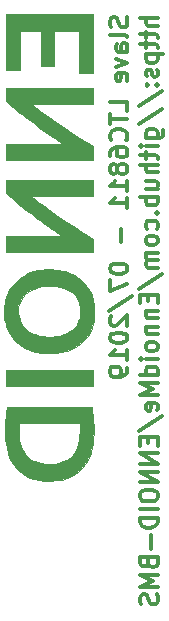
<source format=gbr>
G04 #@! TF.GenerationSoftware,KiCad,Pcbnew,(5.1.0-1152-gc9ccd8a64)*
G04 #@! TF.CreationDate,2019-07-22T10:44:07-04:00*
G04 #@! TF.ProjectId,LTC6811,4c544336-3831-4312-9e6b-696361645f70,rev?*
G04 #@! TF.SameCoordinates,Original*
G04 #@! TF.FileFunction,Legend,Bot*
G04 #@! TF.FilePolarity,Positive*
%FSLAX46Y46*%
G04 Gerber Fmt 4.6, Leading zero omitted, Abs format (unit mm)*
G04 Created by KiCad (PCBNEW (5.1.0-1152-gc9ccd8a64)) date 2019-07-22 10:44:07*
%MOMM*%
%LPD*%
G04 APERTURE LIST*
%ADD10C,0.300000*%
%ADD11C,0.010000*%
G04 APERTURE END LIST*
D10*
X32382142Y-26730714D02*
X32453571Y-26945000D01*
X32453571Y-27302142D01*
X32382142Y-27445000D01*
X32310714Y-27516428D01*
X32167857Y-27587857D01*
X32025000Y-27587857D01*
X31882142Y-27516428D01*
X31810714Y-27445000D01*
X31739285Y-27302142D01*
X31667857Y-27016428D01*
X31596428Y-26873571D01*
X31525000Y-26802142D01*
X31382142Y-26730714D01*
X31239285Y-26730714D01*
X31096428Y-26802142D01*
X31025000Y-26873571D01*
X30953571Y-27016428D01*
X30953571Y-27373571D01*
X31025000Y-27587857D01*
X32453571Y-28445000D02*
X32382142Y-28302142D01*
X32239285Y-28230714D01*
X30953571Y-28230714D01*
X32453571Y-29659285D02*
X31667857Y-29659285D01*
X31525000Y-29587857D01*
X31453571Y-29445000D01*
X31453571Y-29159285D01*
X31525000Y-29016428D01*
X32382142Y-29659285D02*
X32453571Y-29516428D01*
X32453571Y-29159285D01*
X32382142Y-29016428D01*
X32239285Y-28945000D01*
X32096428Y-28945000D01*
X31953571Y-29016428D01*
X31882142Y-29159285D01*
X31882142Y-29516428D01*
X31810714Y-29659285D01*
X31453571Y-30230714D02*
X32453571Y-30587857D01*
X31453571Y-30945000D01*
X32382142Y-32087857D02*
X32453571Y-31945000D01*
X32453571Y-31659285D01*
X32382142Y-31516428D01*
X32239285Y-31445000D01*
X31667857Y-31445000D01*
X31525000Y-31516428D01*
X31453571Y-31659285D01*
X31453571Y-31945000D01*
X31525000Y-32087857D01*
X31667857Y-32159285D01*
X31810714Y-32159285D01*
X31953571Y-31445000D01*
X32453571Y-34659285D02*
X32453571Y-33945000D01*
X30953571Y-33945000D01*
X30953571Y-34945000D02*
X30953571Y-35802142D01*
X32453571Y-35373571D02*
X30953571Y-35373571D01*
X32310714Y-37159285D02*
X32382142Y-37087857D01*
X32453571Y-36873571D01*
X32453571Y-36730714D01*
X32382142Y-36516428D01*
X32239285Y-36373571D01*
X32096428Y-36302142D01*
X31810714Y-36230714D01*
X31596428Y-36230714D01*
X31310714Y-36302142D01*
X31167857Y-36373571D01*
X31025000Y-36516428D01*
X30953571Y-36730714D01*
X30953571Y-36873571D01*
X31025000Y-37087857D01*
X31096428Y-37159285D01*
X30953571Y-38445000D02*
X30953571Y-38159285D01*
X31025000Y-38016428D01*
X31096428Y-37945000D01*
X31310714Y-37802142D01*
X31596428Y-37730714D01*
X32167857Y-37730714D01*
X32310714Y-37802142D01*
X32382142Y-37873571D01*
X32453571Y-38016428D01*
X32453571Y-38302142D01*
X32382142Y-38445000D01*
X32310714Y-38516428D01*
X32167857Y-38587857D01*
X31810714Y-38587857D01*
X31667857Y-38516428D01*
X31596428Y-38445000D01*
X31525000Y-38302142D01*
X31525000Y-38016428D01*
X31596428Y-37873571D01*
X31667857Y-37802142D01*
X31810714Y-37730714D01*
X31596428Y-39445000D02*
X31525000Y-39302142D01*
X31453571Y-39230714D01*
X31310714Y-39159285D01*
X31239285Y-39159285D01*
X31096428Y-39230714D01*
X31025000Y-39302142D01*
X30953571Y-39445000D01*
X30953571Y-39730714D01*
X31025000Y-39873571D01*
X31096428Y-39945000D01*
X31239285Y-40016428D01*
X31310714Y-40016428D01*
X31453571Y-39945000D01*
X31525000Y-39873571D01*
X31596428Y-39730714D01*
X31596428Y-39445000D01*
X31667857Y-39302142D01*
X31739285Y-39230714D01*
X31882142Y-39159285D01*
X32167857Y-39159285D01*
X32310714Y-39230714D01*
X32382142Y-39302142D01*
X32453571Y-39445000D01*
X32453571Y-39730714D01*
X32382142Y-39873571D01*
X32310714Y-39945000D01*
X32167857Y-40016428D01*
X31882142Y-40016428D01*
X31739285Y-39945000D01*
X31667857Y-39873571D01*
X31596428Y-39730714D01*
X32453571Y-41445000D02*
X32453571Y-40587857D01*
X32453571Y-41016428D02*
X30953571Y-41016428D01*
X31167857Y-40873571D01*
X31310714Y-40730714D01*
X31382142Y-40587857D01*
X32453571Y-42873571D02*
X32453571Y-42016428D01*
X32453571Y-42445000D02*
X30953571Y-42445000D01*
X31167857Y-42302142D01*
X31310714Y-42159285D01*
X31382142Y-42016428D01*
X31882142Y-44659285D02*
X31882142Y-45802142D01*
X30953571Y-47945000D02*
X30953571Y-48087857D01*
X31025000Y-48230714D01*
X31096428Y-48302142D01*
X31239285Y-48373571D01*
X31525000Y-48445000D01*
X31882142Y-48445000D01*
X32167857Y-48373571D01*
X32310714Y-48302142D01*
X32382142Y-48230714D01*
X32453571Y-48087857D01*
X32453571Y-47945000D01*
X32382142Y-47802142D01*
X32310714Y-47730714D01*
X32167857Y-47659285D01*
X31882142Y-47587857D01*
X31525000Y-47587857D01*
X31239285Y-47659285D01*
X31096428Y-47730714D01*
X31025000Y-47802142D01*
X30953571Y-47945000D01*
X30953571Y-48945000D02*
X30953571Y-49945000D01*
X32453571Y-49302142D01*
X30882142Y-51587857D02*
X32810714Y-50302142D01*
X31096428Y-52016428D02*
X31025000Y-52087857D01*
X30953571Y-52230714D01*
X30953571Y-52587857D01*
X31025000Y-52730714D01*
X31096428Y-52802142D01*
X31239285Y-52873571D01*
X31382142Y-52873571D01*
X31596428Y-52802142D01*
X32453571Y-51945000D01*
X32453571Y-52873571D01*
X30953571Y-53802142D02*
X30953571Y-53945000D01*
X31025000Y-54087857D01*
X31096428Y-54159285D01*
X31239285Y-54230714D01*
X31525000Y-54302142D01*
X31882142Y-54302142D01*
X32167857Y-54230714D01*
X32310714Y-54159285D01*
X32382142Y-54087857D01*
X32453571Y-53945000D01*
X32453571Y-53802142D01*
X32382142Y-53659285D01*
X32310714Y-53587857D01*
X32167857Y-53516428D01*
X31882142Y-53445000D01*
X31525000Y-53445000D01*
X31239285Y-53516428D01*
X31096428Y-53587857D01*
X31025000Y-53659285D01*
X30953571Y-53802142D01*
X32453571Y-55730714D02*
X32453571Y-54873571D01*
X32453571Y-55302142D02*
X30953571Y-55302142D01*
X31167857Y-55159285D01*
X31310714Y-55016428D01*
X31382142Y-54873571D01*
X32453571Y-56445000D02*
X32453571Y-56730714D01*
X32382142Y-56873571D01*
X32310714Y-56945000D01*
X32096428Y-57087857D01*
X31810714Y-57159285D01*
X31239285Y-57159285D01*
X31096428Y-57087857D01*
X31025000Y-57016428D01*
X30953571Y-56873571D01*
X30953571Y-56587857D01*
X31025000Y-56445000D01*
X31096428Y-56373571D01*
X31239285Y-56302142D01*
X31596428Y-56302142D01*
X31739285Y-56373571D01*
X31810714Y-56445000D01*
X31882142Y-56587857D01*
X31882142Y-56873571D01*
X31810714Y-57016428D01*
X31739285Y-57087857D01*
X31596428Y-57159285D01*
X35003571Y-26802142D02*
X33503571Y-26802142D01*
X35003571Y-27445000D02*
X34217857Y-27445000D01*
X34075000Y-27373571D01*
X34003571Y-27230714D01*
X34003571Y-27016428D01*
X34075000Y-26873571D01*
X34146428Y-26802142D01*
X34003571Y-27945000D02*
X34003571Y-28516428D01*
X33503571Y-28159285D02*
X34789285Y-28159285D01*
X34932142Y-28230714D01*
X35003571Y-28373571D01*
X35003571Y-28516428D01*
X34003571Y-28802142D02*
X34003571Y-29373571D01*
X33503571Y-29016428D02*
X34789285Y-29016428D01*
X34932142Y-29087857D01*
X35003571Y-29230714D01*
X35003571Y-29373571D01*
X34003571Y-29873571D02*
X35503571Y-29873571D01*
X34075000Y-29873571D02*
X34003571Y-30016428D01*
X34003571Y-30302142D01*
X34075000Y-30445000D01*
X34146428Y-30516428D01*
X34289285Y-30587857D01*
X34717857Y-30587857D01*
X34860714Y-30516428D01*
X34932142Y-30445000D01*
X35003571Y-30302142D01*
X35003571Y-30016428D01*
X34932142Y-29873571D01*
X34932142Y-31159285D02*
X35003571Y-31302142D01*
X35003571Y-31587857D01*
X34932142Y-31730714D01*
X34789285Y-31802142D01*
X34717857Y-31802142D01*
X34575000Y-31730714D01*
X34503571Y-31587857D01*
X34503571Y-31373571D01*
X34432142Y-31230714D01*
X34289285Y-31159285D01*
X34217857Y-31159285D01*
X34075000Y-31230714D01*
X34003571Y-31373571D01*
X34003571Y-31587857D01*
X34075000Y-31730714D01*
X34860714Y-32445000D02*
X34932142Y-32516428D01*
X35003571Y-32445000D01*
X34932142Y-32373571D01*
X34860714Y-32445000D01*
X35003571Y-32445000D01*
X34075000Y-32445000D02*
X34146428Y-32516428D01*
X34217857Y-32445000D01*
X34146428Y-32373571D01*
X34075000Y-32445000D01*
X34217857Y-32445000D01*
X33432142Y-34230714D02*
X35360714Y-32945000D01*
X33432142Y-35802142D02*
X35360714Y-34516428D01*
X34003571Y-36945000D02*
X35217857Y-36945000D01*
X35360714Y-36873571D01*
X35432142Y-36802142D01*
X35503571Y-36659285D01*
X35503571Y-36445000D01*
X35432142Y-36302142D01*
X34932142Y-36945000D02*
X35003571Y-36802142D01*
X35003571Y-36516428D01*
X34932142Y-36373571D01*
X34860714Y-36302142D01*
X34717857Y-36230714D01*
X34289285Y-36230714D01*
X34146428Y-36302142D01*
X34075000Y-36373571D01*
X34003571Y-36516428D01*
X34003571Y-36802142D01*
X34075000Y-36945000D01*
X35003571Y-37659285D02*
X34003571Y-37659285D01*
X33503571Y-37659285D02*
X33575000Y-37587857D01*
X33646428Y-37659285D01*
X33575000Y-37730714D01*
X33503571Y-37659285D01*
X33646428Y-37659285D01*
X34003571Y-38159285D02*
X34003571Y-38730714D01*
X33503571Y-38373571D02*
X34789285Y-38373571D01*
X34932142Y-38445000D01*
X35003571Y-38587857D01*
X35003571Y-38730714D01*
X35003571Y-39230714D02*
X33503571Y-39230714D01*
X35003571Y-39873571D02*
X34217857Y-39873571D01*
X34075000Y-39802142D01*
X34003571Y-39659285D01*
X34003571Y-39445000D01*
X34075000Y-39302142D01*
X34146428Y-39230714D01*
X34003571Y-41230714D02*
X35003571Y-41230714D01*
X34003571Y-40587857D02*
X34789285Y-40587857D01*
X34932142Y-40659285D01*
X35003571Y-40802142D01*
X35003571Y-41016428D01*
X34932142Y-41159285D01*
X34860714Y-41230714D01*
X35003571Y-41945000D02*
X33503571Y-41945000D01*
X34075000Y-41945000D02*
X34003571Y-42087857D01*
X34003571Y-42373571D01*
X34075000Y-42516428D01*
X34146428Y-42587857D01*
X34289285Y-42659285D01*
X34717857Y-42659285D01*
X34860714Y-42587857D01*
X34932142Y-42516428D01*
X35003571Y-42373571D01*
X35003571Y-42087857D01*
X34932142Y-41945000D01*
X34860714Y-43302142D02*
X34932142Y-43373571D01*
X35003571Y-43302142D01*
X34932142Y-43230714D01*
X34860714Y-43302142D01*
X35003571Y-43302142D01*
X34932142Y-44659285D02*
X35003571Y-44516428D01*
X35003571Y-44230714D01*
X34932142Y-44087857D01*
X34860714Y-44016428D01*
X34717857Y-43945000D01*
X34289285Y-43945000D01*
X34146428Y-44016428D01*
X34075000Y-44087857D01*
X34003571Y-44230714D01*
X34003571Y-44516428D01*
X34075000Y-44659285D01*
X35003571Y-45516428D02*
X34932142Y-45373571D01*
X34860714Y-45302142D01*
X34717857Y-45230714D01*
X34289285Y-45230714D01*
X34146428Y-45302142D01*
X34075000Y-45373571D01*
X34003571Y-45516428D01*
X34003571Y-45730714D01*
X34075000Y-45873571D01*
X34146428Y-45945000D01*
X34289285Y-46016428D01*
X34717857Y-46016428D01*
X34860714Y-45945000D01*
X34932142Y-45873571D01*
X35003571Y-45730714D01*
X35003571Y-45516428D01*
X35003571Y-46659285D02*
X34003571Y-46659285D01*
X34146428Y-46659285D02*
X34075000Y-46730714D01*
X34003571Y-46873571D01*
X34003571Y-47087857D01*
X34075000Y-47230714D01*
X34217857Y-47302142D01*
X35003571Y-47302142D01*
X34217857Y-47302142D02*
X34075000Y-47373571D01*
X34003571Y-47516428D01*
X34003571Y-47730714D01*
X34075000Y-47873571D01*
X34217857Y-47945000D01*
X35003571Y-47945000D01*
X33432142Y-49730714D02*
X35360714Y-48445000D01*
X34217857Y-50230714D02*
X34217857Y-50730714D01*
X35003571Y-50945000D02*
X35003571Y-50230714D01*
X33503571Y-50230714D01*
X33503571Y-50945000D01*
X34003571Y-51587857D02*
X35003571Y-51587857D01*
X34146428Y-51587857D02*
X34075000Y-51659285D01*
X34003571Y-51802142D01*
X34003571Y-52016428D01*
X34075000Y-52159285D01*
X34217857Y-52230714D01*
X35003571Y-52230714D01*
X34003571Y-52945000D02*
X35003571Y-52945000D01*
X34146428Y-52945000D02*
X34075000Y-53016428D01*
X34003571Y-53159285D01*
X34003571Y-53373571D01*
X34075000Y-53516428D01*
X34217857Y-53587857D01*
X35003571Y-53587857D01*
X35003571Y-54516428D02*
X34932142Y-54373571D01*
X34860714Y-54302142D01*
X34717857Y-54230714D01*
X34289285Y-54230714D01*
X34146428Y-54302142D01*
X34075000Y-54373571D01*
X34003571Y-54516428D01*
X34003571Y-54730714D01*
X34075000Y-54873571D01*
X34146428Y-54945000D01*
X34289285Y-55016428D01*
X34717857Y-55016428D01*
X34860714Y-54945000D01*
X34932142Y-54873571D01*
X35003571Y-54730714D01*
X35003571Y-54516428D01*
X35003571Y-55659285D02*
X34003571Y-55659285D01*
X33503571Y-55659285D02*
X33575000Y-55587857D01*
X33646428Y-55659285D01*
X33575000Y-55730714D01*
X33503571Y-55659285D01*
X33646428Y-55659285D01*
X35003571Y-57016428D02*
X33503571Y-57016428D01*
X34932142Y-57016428D02*
X35003571Y-56873571D01*
X35003571Y-56587857D01*
X34932142Y-56445000D01*
X34860714Y-56373571D01*
X34717857Y-56302142D01*
X34289285Y-56302142D01*
X34146428Y-56373571D01*
X34075000Y-56445000D01*
X34003571Y-56587857D01*
X34003571Y-56873571D01*
X34075000Y-57016428D01*
X35003571Y-57730714D02*
X33503571Y-57730714D01*
X34575000Y-58230714D01*
X33503571Y-58730714D01*
X35003571Y-58730714D01*
X34932142Y-60016428D02*
X35003571Y-59873571D01*
X35003571Y-59587857D01*
X34932142Y-59445000D01*
X34789285Y-59373571D01*
X34217857Y-59373571D01*
X34075000Y-59445000D01*
X34003571Y-59587857D01*
X34003571Y-59873571D01*
X34075000Y-60016428D01*
X34217857Y-60087857D01*
X34360714Y-60087857D01*
X34503571Y-59373571D01*
X33432142Y-61802142D02*
X35360714Y-60516428D01*
X34217857Y-62302142D02*
X34217857Y-62802142D01*
X35003571Y-63016428D02*
X35003571Y-62302142D01*
X33503571Y-62302142D01*
X33503571Y-63016428D01*
X35003571Y-63659285D02*
X33503571Y-63659285D01*
X35003571Y-64516428D01*
X33503571Y-64516428D01*
X35003571Y-65230714D02*
X33503571Y-65230714D01*
X35003571Y-66087857D01*
X33503571Y-66087857D01*
X33503571Y-67087857D02*
X33503571Y-67373571D01*
X33575000Y-67516428D01*
X33717857Y-67659285D01*
X34003571Y-67730714D01*
X34503571Y-67730714D01*
X34789285Y-67659285D01*
X34932142Y-67516428D01*
X35003571Y-67373571D01*
X35003571Y-67087857D01*
X34932142Y-66945000D01*
X34789285Y-66802142D01*
X34503571Y-66730714D01*
X34003571Y-66730714D01*
X33717857Y-66802142D01*
X33575000Y-66945000D01*
X33503571Y-67087857D01*
X35003571Y-68373571D02*
X33503571Y-68373571D01*
X35003571Y-69087857D02*
X33503571Y-69087857D01*
X33503571Y-69445000D01*
X33575000Y-69659285D01*
X33717857Y-69802142D01*
X33860714Y-69873571D01*
X34146428Y-69945000D01*
X34360714Y-69945000D01*
X34646428Y-69873571D01*
X34789285Y-69802142D01*
X34932142Y-69659285D01*
X35003571Y-69445000D01*
X35003571Y-69087857D01*
X34432142Y-70587857D02*
X34432142Y-71730714D01*
X34217857Y-72945000D02*
X34289285Y-73159285D01*
X34360714Y-73230714D01*
X34503571Y-73302142D01*
X34717857Y-73302142D01*
X34860714Y-73230714D01*
X34932142Y-73159285D01*
X35003571Y-73016428D01*
X35003571Y-72445000D01*
X33503571Y-72445000D01*
X33503571Y-72945000D01*
X33575000Y-73087857D01*
X33646428Y-73159285D01*
X33789285Y-73230714D01*
X33932142Y-73230714D01*
X34075000Y-73159285D01*
X34146428Y-73087857D01*
X34217857Y-72945000D01*
X34217857Y-72445000D01*
X35003571Y-73945000D02*
X33503571Y-73945000D01*
X34575000Y-74445000D01*
X33503571Y-74945000D01*
X35003571Y-74945000D01*
X34932142Y-75587857D02*
X35003571Y-75802142D01*
X35003571Y-76159285D01*
X34932142Y-76302142D01*
X34860714Y-76373571D01*
X34717857Y-76445000D01*
X34575000Y-76445000D01*
X34432142Y-76373571D01*
X34360714Y-76302142D01*
X34289285Y-76159285D01*
X34217857Y-75873571D01*
X34146428Y-75730714D01*
X34075000Y-75659285D01*
X33932142Y-75587857D01*
X33789285Y-75587857D01*
X33646428Y-75659285D01*
X33575000Y-75730714D01*
X33503571Y-75873571D01*
X33503571Y-76230714D01*
X33575000Y-76445000D01*
D11*
G36*
X29510250Y-57985276D02*
G01*
X29510250Y-56637305D01*
X22162487Y-56637305D01*
X22162487Y-57985276D01*
X29510250Y-57985276D01*
X29510250Y-57985276D01*
G37*
X29510250Y-57985276D02*
X29510250Y-56637305D01*
X22162487Y-56637305D01*
X22162487Y-57985276D01*
X29510250Y-57985276D01*
G36*
X22393757Y-41854273D02*
G01*
X22641875Y-42073371D01*
X22917007Y-42306494D01*
X23222411Y-42556251D01*
X23561346Y-42825246D01*
X23937068Y-43116087D01*
X24352837Y-43431380D01*
X24546586Y-43576500D01*
X24715994Y-43701840D01*
X24907727Y-43841773D01*
X25116079Y-43992288D01*
X25335349Y-44149379D01*
X25559831Y-44309034D01*
X25783824Y-44467246D01*
X26001622Y-44620006D01*
X26207523Y-44763304D01*
X26395822Y-44893132D01*
X26560817Y-45005481D01*
X26696804Y-45096341D01*
X26798079Y-45161705D01*
X26827903Y-45179999D01*
X26959678Y-45258845D01*
X24561083Y-45265593D01*
X22162487Y-45272340D01*
X22162487Y-46620032D01*
X29510250Y-46620032D01*
X29510250Y-45469238D01*
X29318627Y-45352580D01*
X29024217Y-45171190D01*
X28697089Y-44965852D01*
X28347579Y-44743286D01*
X27986025Y-44510212D01*
X27622765Y-44273349D01*
X27268136Y-44039419D01*
X26932475Y-43815141D01*
X26626120Y-43607234D01*
X26497139Y-43518429D01*
X26346464Y-43412622D01*
X26168178Y-43284940D01*
X25969359Y-43140658D01*
X25757087Y-42985053D01*
X25538439Y-42823398D01*
X25320495Y-42660970D01*
X25110335Y-42503043D01*
X24915037Y-42354893D01*
X24741679Y-42221795D01*
X24597342Y-42109025D01*
X24491318Y-42023686D01*
X24296007Y-41862487D01*
X29510250Y-41862487D01*
X29510250Y-40514517D01*
X22162487Y-40514517D01*
X22162487Y-41645321D01*
X22393757Y-41854273D01*
X22393757Y-41854273D01*
G37*
X22393757Y-41854273D02*
X22641875Y-42073371D01*
X22917007Y-42306494D01*
X23222411Y-42556251D01*
X23561346Y-42825246D01*
X23937068Y-43116087D01*
X24352837Y-43431380D01*
X24546586Y-43576500D01*
X24715994Y-43701840D01*
X24907727Y-43841773D01*
X25116079Y-43992288D01*
X25335349Y-44149379D01*
X25559831Y-44309034D01*
X25783824Y-44467246D01*
X26001622Y-44620006D01*
X26207523Y-44763304D01*
X26395822Y-44893132D01*
X26560817Y-45005481D01*
X26696804Y-45096341D01*
X26798079Y-45161705D01*
X26827903Y-45179999D01*
X26959678Y-45258845D01*
X24561083Y-45265593D01*
X22162487Y-45272340D01*
X22162487Y-46620032D01*
X29510250Y-46620032D01*
X29510250Y-45469238D01*
X29318627Y-45352580D01*
X29024217Y-45171190D01*
X28697089Y-44965852D01*
X28347579Y-44743286D01*
X27986025Y-44510212D01*
X27622765Y-44273349D01*
X27268136Y-44039419D01*
X26932475Y-43815141D01*
X26626120Y-43607234D01*
X26497139Y-43518429D01*
X26346464Y-43412622D01*
X26168178Y-43284940D01*
X25969359Y-43140658D01*
X25757087Y-42985053D01*
X25538439Y-42823398D01*
X25320495Y-42660970D01*
X25110335Y-42503043D01*
X24915037Y-42354893D01*
X24741679Y-42221795D01*
X24597342Y-42109025D01*
X24491318Y-42023686D01*
X24296007Y-41862487D01*
X29510250Y-41862487D01*
X29510250Y-40514517D01*
X22162487Y-40514517D01*
X22162487Y-41645321D01*
X22393757Y-41854273D01*
G36*
X22512695Y-34124419D02*
G01*
X22846309Y-34410459D01*
X23220216Y-34718074D01*
X23628642Y-35042911D01*
X24065813Y-35380617D01*
X24525956Y-35726840D01*
X25003298Y-36077225D01*
X25492064Y-36427421D01*
X25986482Y-36773074D01*
X26402769Y-37057290D01*
X26982385Y-37448544D01*
X22162487Y-37448544D01*
X22162487Y-38796514D01*
X29510250Y-38796514D01*
X29510250Y-37632258D01*
X29389003Y-37560224D01*
X29268907Y-37487512D01*
X29111833Y-37390322D01*
X28924957Y-37273242D01*
X28715454Y-37140857D01*
X28490501Y-36997756D01*
X28257275Y-36848524D01*
X28022950Y-36697748D01*
X27794704Y-36550016D01*
X27579711Y-36409914D01*
X27385149Y-36282029D01*
X27277196Y-36210399D01*
X26686100Y-35810187D01*
X26118931Y-35413731D01*
X25581797Y-35025449D01*
X25080810Y-34649754D01*
X24624070Y-34292660D01*
X24323633Y-34052186D01*
X26916942Y-34045448D01*
X29510250Y-34038711D01*
X29510250Y-32690999D01*
X22162487Y-32690999D01*
X22162487Y-33816636D01*
X22512695Y-34124419D01*
X22512695Y-34124419D01*
G37*
X22512695Y-34124419D02*
X22846309Y-34410459D01*
X23220216Y-34718074D01*
X23628642Y-35042911D01*
X24065813Y-35380617D01*
X24525956Y-35726840D01*
X25003298Y-36077225D01*
X25492064Y-36427421D01*
X25986482Y-36773074D01*
X26402769Y-37057290D01*
X26982385Y-37448544D01*
X22162487Y-37448544D01*
X22162487Y-38796514D01*
X29510250Y-38796514D01*
X29510250Y-37632258D01*
X29389003Y-37560224D01*
X29268907Y-37487512D01*
X29111833Y-37390322D01*
X28924957Y-37273242D01*
X28715454Y-37140857D01*
X28490501Y-36997756D01*
X28257275Y-36848524D01*
X28022950Y-36697748D01*
X27794704Y-36550016D01*
X27579711Y-36409914D01*
X27385149Y-36282029D01*
X27277196Y-36210399D01*
X26686100Y-35810187D01*
X26118931Y-35413731D01*
X25581797Y-35025449D01*
X25080810Y-34649754D01*
X24624070Y-34292660D01*
X24323633Y-34052186D01*
X26916942Y-34045448D01*
X29510250Y-34038711D01*
X29510250Y-32690999D01*
X22162487Y-32690999D01*
X22162487Y-33816636D01*
X22512695Y-34124419D01*
G36*
X23325443Y-31237305D02*
G01*
X23325443Y-27854163D01*
X25096306Y-27854163D01*
X25096306Y-30867274D01*
X26232831Y-30867274D01*
X26232831Y-27854163D01*
X28347295Y-27854163D01*
X28347295Y-31475183D01*
X29510250Y-31475183D01*
X29510250Y-26479761D01*
X22162487Y-26479761D01*
X22162487Y-31237305D01*
X23325443Y-31237305D01*
X23325443Y-31237305D01*
G37*
X23325443Y-31237305D02*
X23325443Y-27854163D01*
X25096306Y-27854163D01*
X25096306Y-30867274D01*
X26232831Y-30867274D01*
X26232831Y-27854163D01*
X28347295Y-27854163D01*
X28347295Y-31475183D01*
X29510250Y-31475183D01*
X29510250Y-26479761D01*
X22162487Y-26479761D01*
X22162487Y-31237305D01*
X23325443Y-31237305D01*
G36*
X22097397Y-62028643D02*
G01*
X22105122Y-62288576D01*
X22119084Y-62521003D01*
X22139589Y-62717896D01*
X22144337Y-62751206D01*
X22226317Y-63200314D01*
X22331796Y-63605748D01*
X22462944Y-63972204D01*
X22621935Y-64304378D01*
X22810942Y-64606965D01*
X23032137Y-64884663D01*
X23222485Y-65081359D01*
X23516569Y-65328304D01*
X23839892Y-65534550D01*
X24194034Y-65700718D01*
X24580576Y-65827431D01*
X25001098Y-65915311D01*
X25457181Y-65964979D01*
X25469950Y-65965792D01*
X25970754Y-65976683D01*
X26442778Y-65945133D01*
X26885273Y-65871512D01*
X27297488Y-65756192D01*
X27678674Y-65599542D01*
X28028082Y-65401934D01*
X28344961Y-65163739D01*
X28628563Y-64885326D01*
X28878137Y-64567068D01*
X29092934Y-64209334D01*
X29117281Y-64161900D01*
X29261032Y-63843231D01*
X29376856Y-63510236D01*
X29465952Y-63156629D01*
X29529521Y-62776122D01*
X29568765Y-62362426D01*
X29584884Y-61909256D01*
X29585099Y-61712181D01*
X29583380Y-61537011D01*
X29581125Y-61373480D01*
X29578518Y-61231228D01*
X29575742Y-61119897D01*
X29572981Y-61049128D01*
X29572247Y-61038034D01*
X29544359Y-60710702D01*
X29516177Y-60425316D01*
X29487990Y-60184213D01*
X29460090Y-59989733D01*
X29432769Y-59844216D01*
X29415143Y-59775963D01*
X29411089Y-59769390D01*
X29401414Y-59763469D01*
X29383493Y-59758166D01*
X29354699Y-59753447D01*
X29312408Y-59749279D01*
X29253994Y-59745627D01*
X29176832Y-59742458D01*
X29078295Y-59739737D01*
X28955760Y-59737431D01*
X28806600Y-59735505D01*
X28628190Y-59733927D01*
X28417905Y-59732661D01*
X28173119Y-59731674D01*
X27891206Y-59730932D01*
X27569542Y-59730401D01*
X27205500Y-59730047D01*
X26796456Y-59729837D01*
X26339784Y-59729735D01*
X25836369Y-59729709D01*
X25329786Y-59729736D01*
X24873439Y-59729837D01*
X24464704Y-59730049D01*
X24100955Y-59730404D01*
X23779566Y-59730936D01*
X23497914Y-59731679D01*
X23305177Y-59732457D01*
X23305177Y-61104111D01*
X28400156Y-61104111D01*
X28400001Y-61692196D01*
X28397467Y-61956437D01*
X28390213Y-62187926D01*
X28378536Y-62380099D01*
X28362733Y-62526390D01*
X28361976Y-62531484D01*
X28284701Y-62901471D01*
X28170003Y-63234205D01*
X28017819Y-63529743D01*
X27828084Y-63788142D01*
X27600732Y-64009458D01*
X27335700Y-64193746D01*
X27032923Y-64341063D01*
X26692335Y-64451465D01*
X26313873Y-64525008D01*
X26034600Y-64554011D01*
X25743150Y-64559514D01*
X25438597Y-64537798D01*
X25134847Y-64491312D01*
X24845807Y-64422506D01*
X24585386Y-64333831D01*
X24456361Y-64275972D01*
X24178068Y-64111314D01*
X23938172Y-63913133D01*
X23735858Y-63680172D01*
X23570307Y-63411171D01*
X23440702Y-63104871D01*
X23346226Y-62760016D01*
X23300750Y-62496423D01*
X23292591Y-62410583D01*
X23285735Y-62288451D01*
X23280265Y-62139735D01*
X23276266Y-61974142D01*
X23273820Y-61801379D01*
X23273013Y-61631154D01*
X23273927Y-61473173D01*
X23276647Y-61337145D01*
X23281257Y-61232777D01*
X23287840Y-61169776D01*
X23289240Y-61163580D01*
X23305177Y-61104111D01*
X23305177Y-59732457D01*
X23253372Y-59732667D01*
X23043315Y-59733935D01*
X22865119Y-59735515D01*
X22716157Y-59737443D01*
X22593806Y-59739751D01*
X22495439Y-59742475D01*
X22418432Y-59745647D01*
X22360159Y-59749301D01*
X22317995Y-59753473D01*
X22289316Y-59758194D01*
X22271495Y-59763501D01*
X22261908Y-59769426D01*
X22257941Y-59775963D01*
X22223330Y-59922225D01*
X22192197Y-60113227D01*
X22164849Y-60340940D01*
X22141591Y-60597338D01*
X22122731Y-60874394D01*
X22108575Y-61164079D01*
X22099430Y-61458367D01*
X22095601Y-61749231D01*
X22097397Y-62028643D01*
X22097397Y-62028643D01*
G37*
X22097397Y-62028643D02*
X22105122Y-62288576D01*
X22119084Y-62521003D01*
X22139589Y-62717896D01*
X22144337Y-62751206D01*
X22226317Y-63200314D01*
X22331796Y-63605748D01*
X22462944Y-63972204D01*
X22621935Y-64304378D01*
X22810942Y-64606965D01*
X23032137Y-64884663D01*
X23222485Y-65081359D01*
X23516569Y-65328304D01*
X23839892Y-65534550D01*
X24194034Y-65700718D01*
X24580576Y-65827431D01*
X25001098Y-65915311D01*
X25457181Y-65964979D01*
X25469950Y-65965792D01*
X25970754Y-65976683D01*
X26442778Y-65945133D01*
X26885273Y-65871512D01*
X27297488Y-65756192D01*
X27678674Y-65599542D01*
X28028082Y-65401934D01*
X28344961Y-65163739D01*
X28628563Y-64885326D01*
X28878137Y-64567068D01*
X29092934Y-64209334D01*
X29117281Y-64161900D01*
X29261032Y-63843231D01*
X29376856Y-63510236D01*
X29465952Y-63156629D01*
X29529521Y-62776122D01*
X29568765Y-62362426D01*
X29584884Y-61909256D01*
X29585099Y-61712181D01*
X29583380Y-61537011D01*
X29581125Y-61373480D01*
X29578518Y-61231228D01*
X29575742Y-61119897D01*
X29572981Y-61049128D01*
X29572247Y-61038034D01*
X29544359Y-60710702D01*
X29516177Y-60425316D01*
X29487990Y-60184213D01*
X29460090Y-59989733D01*
X29432769Y-59844216D01*
X29415143Y-59775963D01*
X29411089Y-59769390D01*
X29401414Y-59763469D01*
X29383493Y-59758166D01*
X29354699Y-59753447D01*
X29312408Y-59749279D01*
X29253994Y-59745627D01*
X29176832Y-59742458D01*
X29078295Y-59739737D01*
X28955760Y-59737431D01*
X28806600Y-59735505D01*
X28628190Y-59733927D01*
X28417905Y-59732661D01*
X28173119Y-59731674D01*
X27891206Y-59730932D01*
X27569542Y-59730401D01*
X27205500Y-59730047D01*
X26796456Y-59729837D01*
X26339784Y-59729735D01*
X25836369Y-59729709D01*
X25329786Y-59729736D01*
X24873439Y-59729837D01*
X24464704Y-59730049D01*
X24100955Y-59730404D01*
X23779566Y-59730936D01*
X23497914Y-59731679D01*
X23305177Y-59732457D01*
X23305177Y-61104111D01*
X28400156Y-61104111D01*
X28400001Y-61692196D01*
X28397467Y-61956437D01*
X28390213Y-62187926D01*
X28378536Y-62380099D01*
X28362733Y-62526390D01*
X28361976Y-62531484D01*
X28284701Y-62901471D01*
X28170003Y-63234205D01*
X28017819Y-63529743D01*
X27828084Y-63788142D01*
X27600732Y-64009458D01*
X27335700Y-64193746D01*
X27032923Y-64341063D01*
X26692335Y-64451465D01*
X26313873Y-64525008D01*
X26034600Y-64554011D01*
X25743150Y-64559514D01*
X25438597Y-64537798D01*
X25134847Y-64491312D01*
X24845807Y-64422506D01*
X24585386Y-64333831D01*
X24456361Y-64275972D01*
X24178068Y-64111314D01*
X23938172Y-63913133D01*
X23735858Y-63680172D01*
X23570307Y-63411171D01*
X23440702Y-63104871D01*
X23346226Y-62760016D01*
X23300750Y-62496423D01*
X23292591Y-62410583D01*
X23285735Y-62288451D01*
X23280265Y-62139735D01*
X23276266Y-61974142D01*
X23273820Y-61801379D01*
X23273013Y-61631154D01*
X23273927Y-61473173D01*
X23276647Y-61337145D01*
X23281257Y-61232777D01*
X23287840Y-61169776D01*
X23289240Y-61163580D01*
X23305177Y-61104111D01*
X23305177Y-59732457D01*
X23253372Y-59732667D01*
X23043315Y-59733935D01*
X22865119Y-59735515D01*
X22716157Y-59737443D01*
X22593806Y-59739751D01*
X22495439Y-59742475D01*
X22418432Y-59745647D01*
X22360159Y-59749301D01*
X22317995Y-59753473D01*
X22289316Y-59758194D01*
X22271495Y-59763501D01*
X22261908Y-59769426D01*
X22257941Y-59775963D01*
X22223330Y-59922225D01*
X22192197Y-60113227D01*
X22164849Y-60340940D01*
X22141591Y-60597338D01*
X22122731Y-60874394D01*
X22108575Y-61164079D01*
X22099430Y-61458367D01*
X22095601Y-61749231D01*
X22097397Y-62028643D01*
G36*
X22016088Y-52031064D02*
G01*
X22037429Y-52249855D01*
X22073842Y-52462168D01*
X22127025Y-52683147D01*
X22153596Y-52778124D01*
X22289536Y-53155030D01*
X22471450Y-53508493D01*
X22696735Y-53835917D01*
X22962788Y-54134705D01*
X23267005Y-54402262D01*
X23606783Y-54635989D01*
X23979518Y-54833292D01*
X24368145Y-54986765D01*
X24739055Y-55088482D01*
X25139618Y-55157851D01*
X25558717Y-55194936D01*
X25985236Y-55199803D01*
X26408059Y-55172516D01*
X26816067Y-55113140D01*
X27198145Y-55021739D01*
X27361119Y-54969315D01*
X27773264Y-54799699D01*
X28146879Y-54594187D01*
X28481433Y-54353377D01*
X28776389Y-54077870D01*
X29031216Y-53768265D01*
X29245378Y-53425161D01*
X29418342Y-53049158D01*
X29549574Y-52640854D01*
X29590715Y-52466498D01*
X29614006Y-52324513D01*
X29633152Y-52144563D01*
X29647622Y-51940704D01*
X29656883Y-51726994D01*
X29660405Y-51517490D01*
X29657655Y-51326248D01*
X29648103Y-51167324D01*
X29641889Y-51113268D01*
X29557415Y-50670255D01*
X29431655Y-50260168D01*
X29264682Y-49883106D01*
X29056566Y-49539170D01*
X28807378Y-49228458D01*
X28517188Y-48951070D01*
X28186067Y-48707105D01*
X27814086Y-48496663D01*
X27763549Y-48472162D01*
X27481468Y-48348036D01*
X27209188Y-48251083D01*
X26934295Y-48178538D01*
X26644376Y-48127635D01*
X26327016Y-48095608D01*
X26006087Y-48080594D01*
X25995027Y-48080583D01*
X25995027Y-49480994D01*
X26366901Y-49514119D01*
X26726741Y-49581772D01*
X27067409Y-49683226D01*
X27381767Y-49817751D01*
X27662674Y-49984620D01*
X27731669Y-50034981D01*
X27896764Y-50185281D01*
X28054761Y-50374081D01*
X28196086Y-50587075D01*
X28311166Y-50809958D01*
X28385976Y-51012642D01*
X28445780Y-51300982D01*
X28467234Y-51608008D01*
X28450095Y-51915773D01*
X28401632Y-52177947D01*
X28298581Y-52476435D01*
X28149276Y-52751583D01*
X27956325Y-53000225D01*
X27722334Y-53219196D01*
X27449912Y-53405328D01*
X27342924Y-53463692D01*
X27052182Y-53587166D01*
X26727876Y-53680078D01*
X26379681Y-53742284D01*
X26017268Y-53773638D01*
X25650311Y-53773993D01*
X25288481Y-53743204D01*
X24941451Y-53681126D01*
X24618894Y-53587612D01*
X24422173Y-53507707D01*
X24118156Y-53341205D01*
X23854808Y-53142387D01*
X23633490Y-52913331D01*
X23455562Y-52656117D01*
X23322383Y-52372824D01*
X23235314Y-52065533D01*
X23195714Y-51736321D01*
X23193289Y-51628668D01*
X23217806Y-51293308D01*
X23290154Y-50978724D01*
X23408531Y-50687507D01*
X23571131Y-50422249D01*
X23776150Y-50185542D01*
X24021785Y-49979977D01*
X24306232Y-49808146D01*
X24529982Y-49708347D01*
X24878598Y-49596075D01*
X25243737Y-49521244D01*
X25618260Y-49483126D01*
X25995027Y-49480994D01*
X25995027Y-48080583D01*
X25590284Y-48080172D01*
X25213097Y-48103621D01*
X24865072Y-48152811D01*
X24536759Y-48229616D01*
X24218706Y-48335906D01*
X23901460Y-48473554D01*
X23820466Y-48513438D01*
X23488231Y-48707910D01*
X23177574Y-48943567D01*
X22895053Y-49213681D01*
X22647224Y-49511525D01*
X22440646Y-49830373D01*
X22335775Y-50036499D01*
X22230100Y-50284964D01*
X22149079Y-50518038D01*
X22089644Y-50749717D01*
X22048725Y-50993995D01*
X22023252Y-51264867D01*
X22011832Y-51513468D01*
X22008121Y-51790649D01*
X22016088Y-52031064D01*
X22016088Y-52031064D01*
G37*
X22016088Y-52031064D02*
X22037429Y-52249855D01*
X22073842Y-52462168D01*
X22127025Y-52683147D01*
X22153596Y-52778124D01*
X22289536Y-53155030D01*
X22471450Y-53508493D01*
X22696735Y-53835917D01*
X22962788Y-54134705D01*
X23267005Y-54402262D01*
X23606783Y-54635989D01*
X23979518Y-54833292D01*
X24368145Y-54986765D01*
X24739055Y-55088482D01*
X25139618Y-55157851D01*
X25558717Y-55194936D01*
X25985236Y-55199803D01*
X26408059Y-55172516D01*
X26816067Y-55113140D01*
X27198145Y-55021739D01*
X27361119Y-54969315D01*
X27773264Y-54799699D01*
X28146879Y-54594187D01*
X28481433Y-54353377D01*
X28776389Y-54077870D01*
X29031216Y-53768265D01*
X29245378Y-53425161D01*
X29418342Y-53049158D01*
X29549574Y-52640854D01*
X29590715Y-52466498D01*
X29614006Y-52324513D01*
X29633152Y-52144563D01*
X29647622Y-51940704D01*
X29656883Y-51726994D01*
X29660405Y-51517490D01*
X29657655Y-51326248D01*
X29648103Y-51167324D01*
X29641889Y-51113268D01*
X29557415Y-50670255D01*
X29431655Y-50260168D01*
X29264682Y-49883106D01*
X29056566Y-49539170D01*
X28807378Y-49228458D01*
X28517188Y-48951070D01*
X28186067Y-48707105D01*
X27814086Y-48496663D01*
X27763549Y-48472162D01*
X27481468Y-48348036D01*
X27209188Y-48251083D01*
X26934295Y-48178538D01*
X26644376Y-48127635D01*
X26327016Y-48095608D01*
X26006087Y-48080594D01*
X25995027Y-48080583D01*
X25995027Y-49480994D01*
X26366901Y-49514119D01*
X26726741Y-49581772D01*
X27067409Y-49683226D01*
X27381767Y-49817751D01*
X27662674Y-49984620D01*
X27731669Y-50034981D01*
X27896764Y-50185281D01*
X28054761Y-50374081D01*
X28196086Y-50587075D01*
X28311166Y-50809958D01*
X28385976Y-51012642D01*
X28445780Y-51300982D01*
X28467234Y-51608008D01*
X28450095Y-51915773D01*
X28401632Y-52177947D01*
X28298581Y-52476435D01*
X28149276Y-52751583D01*
X27956325Y-53000225D01*
X27722334Y-53219196D01*
X27449912Y-53405328D01*
X27342924Y-53463692D01*
X27052182Y-53587166D01*
X26727876Y-53680078D01*
X26379681Y-53742284D01*
X26017268Y-53773638D01*
X25650311Y-53773993D01*
X25288481Y-53743204D01*
X24941451Y-53681126D01*
X24618894Y-53587612D01*
X24422173Y-53507707D01*
X24118156Y-53341205D01*
X23854808Y-53142387D01*
X23633490Y-52913331D01*
X23455562Y-52656117D01*
X23322383Y-52372824D01*
X23235314Y-52065533D01*
X23195714Y-51736321D01*
X23193289Y-51628668D01*
X23217806Y-51293308D01*
X23290154Y-50978724D01*
X23408531Y-50687507D01*
X23571131Y-50422249D01*
X23776150Y-50185542D01*
X24021785Y-49979977D01*
X24306232Y-49808146D01*
X24529982Y-49708347D01*
X24878598Y-49596075D01*
X25243737Y-49521244D01*
X25618260Y-49483126D01*
X25995027Y-49480994D01*
X25995027Y-48080583D01*
X25590284Y-48080172D01*
X25213097Y-48103621D01*
X24865072Y-48152811D01*
X24536759Y-48229616D01*
X24218706Y-48335906D01*
X23901460Y-48473554D01*
X23820466Y-48513438D01*
X23488231Y-48707910D01*
X23177574Y-48943567D01*
X22895053Y-49213681D01*
X22647224Y-49511525D01*
X22440646Y-49830373D01*
X22335775Y-50036499D01*
X22230100Y-50284964D01*
X22149079Y-50518038D01*
X22089644Y-50749717D01*
X22048725Y-50993995D01*
X22023252Y-51264867D01*
X22011832Y-51513468D01*
X22008121Y-51790649D01*
X22016088Y-52031064D01*
M02*

</source>
